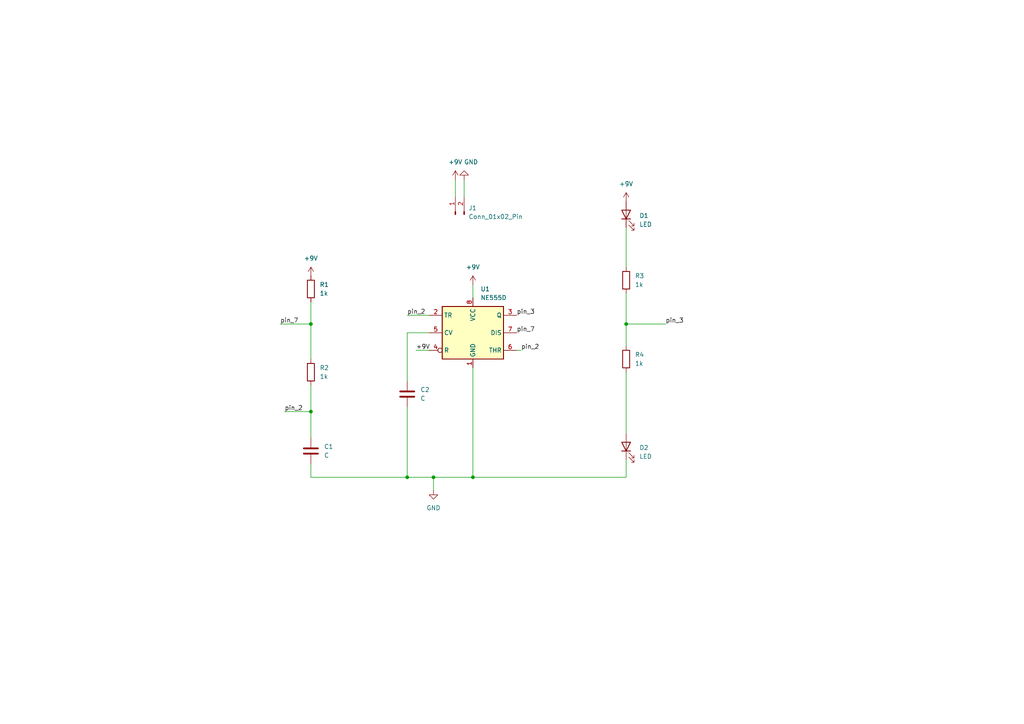
<source format=kicad_sch>
(kicad_sch (version 20230121) (generator eeschema)

  (uuid 0976bcb4-4c80-416f-a856-4104ca543019)

  (paper "A4")

  (lib_symbols
    (symbol "Connector:Conn_01x02_Pin" (pin_names (offset 1.016) hide) (in_bom yes) (on_board yes)
      (property "Reference" "J" (at 0 2.54 0)
        (effects (font (size 1.27 1.27)))
      )
      (property "Value" "Conn_01x02_Pin" (at 0 -5.08 0)
        (effects (font (size 1.27 1.27)))
      )
      (property "Footprint" "" (at 0 0 0)
        (effects (font (size 1.27 1.27)) hide)
      )
      (property "Datasheet" "~" (at 0 0 0)
        (effects (font (size 1.27 1.27)) hide)
      )
      (property "ki_locked" "" (at 0 0 0)
        (effects (font (size 1.27 1.27)))
      )
      (property "ki_keywords" "connector" (at 0 0 0)
        (effects (font (size 1.27 1.27)) hide)
      )
      (property "ki_description" "Generic connector, single row, 01x02, script generated" (at 0 0 0)
        (effects (font (size 1.27 1.27)) hide)
      )
      (property "ki_fp_filters" "Connector*:*_1x??_*" (at 0 0 0)
        (effects (font (size 1.27 1.27)) hide)
      )
      (symbol "Conn_01x02_Pin_1_1"
        (polyline
          (pts
            (xy 1.27 -2.54)
            (xy 0.8636 -2.54)
          )
          (stroke (width 0.1524) (type default))
          (fill (type none))
        )
        (polyline
          (pts
            (xy 1.27 0)
            (xy 0.8636 0)
          )
          (stroke (width 0.1524) (type default))
          (fill (type none))
        )
        (rectangle (start 0.8636 -2.413) (end 0 -2.667)
          (stroke (width 0.1524) (type default))
          (fill (type outline))
        )
        (rectangle (start 0.8636 0.127) (end 0 -0.127)
          (stroke (width 0.1524) (type default))
          (fill (type outline))
        )
        (pin passive line (at 5.08 0 180) (length 3.81)
          (name "Pin_1" (effects (font (size 1.27 1.27))))
          (number "1" (effects (font (size 1.27 1.27))))
        )
        (pin passive line (at 5.08 -2.54 180) (length 3.81)
          (name "Pin_2" (effects (font (size 1.27 1.27))))
          (number "2" (effects (font (size 1.27 1.27))))
        )
      )
    )
    (symbol "Device:C" (pin_numbers hide) (pin_names (offset 0.254)) (in_bom yes) (on_board yes)
      (property "Reference" "C" (at 0.635 2.54 0)
        (effects (font (size 1.27 1.27)) (justify left))
      )
      (property "Value" "C" (at 0.635 -2.54 0)
        (effects (font (size 1.27 1.27)) (justify left))
      )
      (property "Footprint" "" (at 0.9652 -3.81 0)
        (effects (font (size 1.27 1.27)) hide)
      )
      (property "Datasheet" "~" (at 0 0 0)
        (effects (font (size 1.27 1.27)) hide)
      )
      (property "ki_keywords" "cap capacitor" (at 0 0 0)
        (effects (font (size 1.27 1.27)) hide)
      )
      (property "ki_description" "Unpolarized capacitor" (at 0 0 0)
        (effects (font (size 1.27 1.27)) hide)
      )
      (property "ki_fp_filters" "C_*" (at 0 0 0)
        (effects (font (size 1.27 1.27)) hide)
      )
      (symbol "C_0_1"
        (polyline
          (pts
            (xy -2.032 -0.762)
            (xy 2.032 -0.762)
          )
          (stroke (width 0.508) (type default))
          (fill (type none))
        )
        (polyline
          (pts
            (xy -2.032 0.762)
            (xy 2.032 0.762)
          )
          (stroke (width 0.508) (type default))
          (fill (type none))
        )
      )
      (symbol "C_1_1"
        (pin passive line (at 0 3.81 270) (length 2.794)
          (name "~" (effects (font (size 1.27 1.27))))
          (number "1" (effects (font (size 1.27 1.27))))
        )
        (pin passive line (at 0 -3.81 90) (length 2.794)
          (name "~" (effects (font (size 1.27 1.27))))
          (number "2" (effects (font (size 1.27 1.27))))
        )
      )
    )
    (symbol "Device:LED" (pin_numbers hide) (pin_names (offset 1.016) hide) (in_bom yes) (on_board yes)
      (property "Reference" "D" (at 0 2.54 0)
        (effects (font (size 1.27 1.27)))
      )
      (property "Value" "LED" (at 0 -2.54 0)
        (effects (font (size 1.27 1.27)))
      )
      (property "Footprint" "" (at 0 0 0)
        (effects (font (size 1.27 1.27)) hide)
      )
      (property "Datasheet" "~" (at 0 0 0)
        (effects (font (size 1.27 1.27)) hide)
      )
      (property "ki_keywords" "LED diode" (at 0 0 0)
        (effects (font (size 1.27 1.27)) hide)
      )
      (property "ki_description" "Light emitting diode" (at 0 0 0)
        (effects (font (size 1.27 1.27)) hide)
      )
      (property "ki_fp_filters" "LED* LED_SMD:* LED_THT:*" (at 0 0 0)
        (effects (font (size 1.27 1.27)) hide)
      )
      (symbol "LED_0_1"
        (polyline
          (pts
            (xy -1.27 -1.27)
            (xy -1.27 1.27)
          )
          (stroke (width 0.254) (type default))
          (fill (type none))
        )
        (polyline
          (pts
            (xy -1.27 0)
            (xy 1.27 0)
          )
          (stroke (width 0) (type default))
          (fill (type none))
        )
        (polyline
          (pts
            (xy 1.27 -1.27)
            (xy 1.27 1.27)
            (xy -1.27 0)
            (xy 1.27 -1.27)
          )
          (stroke (width 0.254) (type default))
          (fill (type none))
        )
        (polyline
          (pts
            (xy -3.048 -0.762)
            (xy -4.572 -2.286)
            (xy -3.81 -2.286)
            (xy -4.572 -2.286)
            (xy -4.572 -1.524)
          )
          (stroke (width 0) (type default))
          (fill (type none))
        )
        (polyline
          (pts
            (xy -1.778 -0.762)
            (xy -3.302 -2.286)
            (xy -2.54 -2.286)
            (xy -3.302 -2.286)
            (xy -3.302 -1.524)
          )
          (stroke (width 0) (type default))
          (fill (type none))
        )
      )
      (symbol "LED_1_1"
        (pin passive line (at -3.81 0 0) (length 2.54)
          (name "K" (effects (font (size 1.27 1.27))))
          (number "1" (effects (font (size 1.27 1.27))))
        )
        (pin passive line (at 3.81 0 180) (length 2.54)
          (name "A" (effects (font (size 1.27 1.27))))
          (number "2" (effects (font (size 1.27 1.27))))
        )
      )
    )
    (symbol "Device:R" (pin_numbers hide) (pin_names (offset 0)) (in_bom yes) (on_board yes)
      (property "Reference" "R" (at 2.032 0 90)
        (effects (font (size 1.27 1.27)))
      )
      (property "Value" "R" (at 0 0 90)
        (effects (font (size 1.27 1.27)))
      )
      (property "Footprint" "" (at -1.778 0 90)
        (effects (font (size 1.27 1.27)) hide)
      )
      (property "Datasheet" "~" (at 0 0 0)
        (effects (font (size 1.27 1.27)) hide)
      )
      (property "ki_keywords" "R res resistor" (at 0 0 0)
        (effects (font (size 1.27 1.27)) hide)
      )
      (property "ki_description" "Resistor" (at 0 0 0)
        (effects (font (size 1.27 1.27)) hide)
      )
      (property "ki_fp_filters" "R_*" (at 0 0 0)
        (effects (font (size 1.27 1.27)) hide)
      )
      (symbol "R_0_1"
        (rectangle (start -1.016 -2.54) (end 1.016 2.54)
          (stroke (width 0.254) (type default))
          (fill (type none))
        )
      )
      (symbol "R_1_1"
        (pin passive line (at 0 3.81 270) (length 1.27)
          (name "~" (effects (font (size 1.27 1.27))))
          (number "1" (effects (font (size 1.27 1.27))))
        )
        (pin passive line (at 0 -3.81 90) (length 1.27)
          (name "~" (effects (font (size 1.27 1.27))))
          (number "2" (effects (font (size 1.27 1.27))))
        )
      )
    )
    (symbol "Timer:NE555D" (in_bom yes) (on_board yes)
      (property "Reference" "U" (at -10.16 8.89 0)
        (effects (font (size 1.27 1.27)) (justify left))
      )
      (property "Value" "NE555D" (at 2.54 8.89 0)
        (effects (font (size 1.27 1.27)) (justify left))
      )
      (property "Footprint" "Package_SO:SOIC-8_3.9x4.9mm_P1.27mm" (at 21.59 -10.16 0)
        (effects (font (size 1.27 1.27)) hide)
      )
      (property "Datasheet" "http://www.ti.com/lit/ds/symlink/ne555.pdf" (at 21.59 -10.16 0)
        (effects (font (size 1.27 1.27)) hide)
      )
      (property "ki_keywords" "single timer 555" (at 0 0 0)
        (effects (font (size 1.27 1.27)) hide)
      )
      (property "ki_description" "Precision Timers, 555 compatible, SOIC-8" (at 0 0 0)
        (effects (font (size 1.27 1.27)) hide)
      )
      (property "ki_fp_filters" "SOIC*3.9x4.9mm*P1.27mm*" (at 0 0 0)
        (effects (font (size 1.27 1.27)) hide)
      )
      (symbol "NE555D_0_0"
        (pin power_in line (at 0 -10.16 90) (length 2.54)
          (name "GND" (effects (font (size 1.27 1.27))))
          (number "1" (effects (font (size 1.27 1.27))))
        )
        (pin power_in line (at 0 10.16 270) (length 2.54)
          (name "VCC" (effects (font (size 1.27 1.27))))
          (number "8" (effects (font (size 1.27 1.27))))
        )
      )
      (symbol "NE555D_0_1"
        (rectangle (start -8.89 -7.62) (end 8.89 7.62)
          (stroke (width 0.254) (type default))
          (fill (type background))
        )
        (rectangle (start -8.89 -7.62) (end 8.89 7.62)
          (stroke (width 0.254) (type default))
          (fill (type background))
        )
      )
      (symbol "NE555D_1_1"
        (pin input line (at -12.7 5.08 0) (length 3.81)
          (name "TR" (effects (font (size 1.27 1.27))))
          (number "2" (effects (font (size 1.27 1.27))))
        )
        (pin output line (at 12.7 5.08 180) (length 3.81)
          (name "Q" (effects (font (size 1.27 1.27))))
          (number "3" (effects (font (size 1.27 1.27))))
        )
        (pin input inverted (at -12.7 -5.08 0) (length 3.81)
          (name "R" (effects (font (size 1.27 1.27))))
          (number "4" (effects (font (size 1.27 1.27))))
        )
        (pin input line (at -12.7 0 0) (length 3.81)
          (name "CV" (effects (font (size 1.27 1.27))))
          (number "5" (effects (font (size 1.27 1.27))))
        )
        (pin input line (at 12.7 -5.08 180) (length 3.81)
          (name "THR" (effects (font (size 1.27 1.27))))
          (number "6" (effects (font (size 1.27 1.27))))
        )
        (pin input line (at 12.7 0 180) (length 3.81)
          (name "DIS" (effects (font (size 1.27 1.27))))
          (number "7" (effects (font (size 1.27 1.27))))
        )
      )
    )
    (symbol "power:+9V" (power) (pin_names (offset 0)) (in_bom yes) (on_board yes)
      (property "Reference" "#PWR" (at 0 -3.81 0)
        (effects (font (size 1.27 1.27)) hide)
      )
      (property "Value" "+9V" (at 0 3.556 0)
        (effects (font (size 1.27 1.27)))
      )
      (property "Footprint" "" (at 0 0 0)
        (effects (font (size 1.27 1.27)) hide)
      )
      (property "Datasheet" "" (at 0 0 0)
        (effects (font (size 1.27 1.27)) hide)
      )
      (property "ki_keywords" "global power" (at 0 0 0)
        (effects (font (size 1.27 1.27)) hide)
      )
      (property "ki_description" "Power symbol creates a global label with name \"+9V\"" (at 0 0 0)
        (effects (font (size 1.27 1.27)) hide)
      )
      (symbol "+9V_0_1"
        (polyline
          (pts
            (xy -0.762 1.27)
            (xy 0 2.54)
          )
          (stroke (width 0) (type default))
          (fill (type none))
        )
        (polyline
          (pts
            (xy 0 0)
            (xy 0 2.54)
          )
          (stroke (width 0) (type default))
          (fill (type none))
        )
        (polyline
          (pts
            (xy 0 2.54)
            (xy 0.762 1.27)
          )
          (stroke (width 0) (type default))
          (fill (type none))
        )
      )
      (symbol "+9V_1_1"
        (pin power_in line (at 0 0 90) (length 0) hide
          (name "+9V" (effects (font (size 1.27 1.27))))
          (number "1" (effects (font (size 1.27 1.27))))
        )
      )
    )
    (symbol "power:GND" (power) (pin_names (offset 0)) (in_bom yes) (on_board yes)
      (property "Reference" "#PWR" (at 0 -6.35 0)
        (effects (font (size 1.27 1.27)) hide)
      )
      (property "Value" "GND" (at 0 -3.81 0)
        (effects (font (size 1.27 1.27)))
      )
      (property "Footprint" "" (at 0 0 0)
        (effects (font (size 1.27 1.27)) hide)
      )
      (property "Datasheet" "" (at 0 0 0)
        (effects (font (size 1.27 1.27)) hide)
      )
      (property "ki_keywords" "global power" (at 0 0 0)
        (effects (font (size 1.27 1.27)) hide)
      )
      (property "ki_description" "Power symbol creates a global label with name \"GND\" , ground" (at 0 0 0)
        (effects (font (size 1.27 1.27)) hide)
      )
      (symbol "GND_0_1"
        (polyline
          (pts
            (xy 0 0)
            (xy 0 -1.27)
            (xy 1.27 -1.27)
            (xy 0 -2.54)
            (xy -1.27 -1.27)
            (xy 0 -1.27)
          )
          (stroke (width 0) (type default))
          (fill (type none))
        )
      )
      (symbol "GND_1_1"
        (pin power_in line (at 0 0 270) (length 0) hide
          (name "GND" (effects (font (size 1.27 1.27))))
          (number "1" (effects (font (size 1.27 1.27))))
        )
      )
    )
  )

  (junction (at 125.73 138.43) (diameter 0) (color 0 0 0 0)
    (uuid 0739c143-8ab0-4fc3-854b-4f8b436e0411)
  )
  (junction (at 118.11 138.43) (diameter 0) (color 0 0 0 0)
    (uuid 1b2ee1a3-aa78-4ac0-9916-62027f7d2b54)
  )
  (junction (at 181.61 93.98) (diameter 0) (color 0 0 0 0)
    (uuid 5427b498-d6df-4dcb-ae64-0d9f1bc46829)
  )
  (junction (at 137.16 138.43) (diameter 0) (color 0 0 0 0)
    (uuid 625a408d-bd7f-4780-af88-4ab34b62bde8)
  )
  (junction (at 90.17 93.98) (diameter 0) (color 0 0 0 0)
    (uuid 681d65cd-89af-4a6d-9829-2bdf12c5066a)
  )
  (junction (at 90.17 119.38) (diameter 0) (color 0 0 0 0)
    (uuid 6b61c836-8ee2-40d8-9f0d-3f2a8dc3b283)
  )

  (wire (pts (xy 82.55 119.38) (xy 90.17 119.38))
    (stroke (width 0) (type default))
    (uuid 03b38b2d-a939-467e-b886-9997c9ce23e3)
  )
  (wire (pts (xy 181.61 93.98) (xy 181.61 100.33))
    (stroke (width 0) (type default))
    (uuid 07c94e6b-521a-472b-8fcc-c4e39763fec9)
  )
  (wire (pts (xy 118.11 110.49) (xy 118.11 96.52))
    (stroke (width 0) (type default))
    (uuid 1318ace5-b17b-4e89-bdf5-9fcfc883c79c)
  )
  (wire (pts (xy 90.17 93.98) (xy 90.17 104.14))
    (stroke (width 0) (type default))
    (uuid 1c4ccdcb-1693-4d14-a95a-d8b2fa982092)
  )
  (wire (pts (xy 118.11 138.43) (xy 125.73 138.43))
    (stroke (width 0) (type default))
    (uuid 1f5720ce-1708-4c07-b890-b6396d1aed2e)
  )
  (wire (pts (xy 81.28 93.98) (xy 90.17 93.98))
    (stroke (width 0) (type default))
    (uuid 39075fe5-a28a-44aa-bb85-699ac0d453e0)
  )
  (wire (pts (xy 132.08 52.07) (xy 132.08 57.15))
    (stroke (width 0) (type default))
    (uuid 41eaeba3-9ba2-46dc-b98c-e236618862df)
  )
  (wire (pts (xy 181.61 93.98) (xy 193.04 93.98))
    (stroke (width 0) (type default))
    (uuid 44666e28-2afa-432d-a0e1-bad7348b8d6f)
  )
  (wire (pts (xy 137.16 106.68) (xy 137.16 138.43))
    (stroke (width 0) (type default))
    (uuid 4a942b75-6577-44fa-ad2f-a9d2fc929448)
  )
  (wire (pts (xy 137.16 138.43) (xy 181.61 138.43))
    (stroke (width 0) (type default))
    (uuid 5794e67d-8183-41b3-997f-55ee54ddce11)
  )
  (wire (pts (xy 137.16 82.55) (xy 137.16 86.36))
    (stroke (width 0) (type default))
    (uuid 5b0e4b1a-952f-4a60-bba8-81806899290c)
  )
  (wire (pts (xy 118.11 96.52) (xy 124.46 96.52))
    (stroke (width 0) (type default))
    (uuid 5d9e9308-4d6d-4b7f-a4b6-50158160d50f)
  )
  (wire (pts (xy 181.61 85.09) (xy 181.61 93.98))
    (stroke (width 0) (type default))
    (uuid 6fabf200-fbc5-4e59-98c5-295d8024771a)
  )
  (wire (pts (xy 90.17 138.43) (xy 118.11 138.43))
    (stroke (width 0) (type default))
    (uuid 7f2aa3fc-0cee-4235-b6f0-8e314dde22a0)
  )
  (wire (pts (xy 181.61 107.95) (xy 181.61 125.73))
    (stroke (width 0) (type default))
    (uuid 813f036d-1fcd-4caf-9846-a40995e43eca)
  )
  (wire (pts (xy 149.86 101.6) (xy 151.13 101.6))
    (stroke (width 0) (type default))
    (uuid 861a5733-0ba0-4862-9786-434d9e843582)
  )
  (wire (pts (xy 90.17 119.38) (xy 90.17 127))
    (stroke (width 0) (type default))
    (uuid 8ca2f3fd-f5eb-4cec-b1c3-45c1cdf45018)
  )
  (wire (pts (xy 125.73 138.43) (xy 125.73 142.24))
    (stroke (width 0) (type default))
    (uuid 923295de-66bb-447f-bb4a-81db6527f5b3)
  )
  (wire (pts (xy 125.73 138.43) (xy 137.16 138.43))
    (stroke (width 0) (type default))
    (uuid a2286573-672d-4dd5-8b34-41bd5da6f342)
  )
  (wire (pts (xy 181.61 138.43) (xy 181.61 133.35))
    (stroke (width 0) (type default))
    (uuid a93ad433-adfe-47b0-87fd-f0dc04163637)
  )
  (wire (pts (xy 90.17 87.63) (xy 90.17 93.98))
    (stroke (width 0) (type default))
    (uuid bbbc7085-f3d5-4715-888b-f2430c13657a)
  )
  (wire (pts (xy 90.17 111.76) (xy 90.17 119.38))
    (stroke (width 0) (type default))
    (uuid bdc5ed81-fc69-4f55-8add-71a43f7ee683)
  )
  (wire (pts (xy 90.17 134.62) (xy 90.17 138.43))
    (stroke (width 0) (type default))
    (uuid c3f55edd-fd1a-4fba-be78-3e63128e018b)
  )
  (wire (pts (xy 118.11 91.44) (xy 124.46 91.44))
    (stroke (width 0) (type default))
    (uuid da114572-97ed-4de6-9c27-62ec19e4a600)
  )
  (wire (pts (xy 181.61 66.04) (xy 181.61 77.47))
    (stroke (width 0) (type default))
    (uuid e1d2a8c8-d443-4274-a830-70ef936c6913)
  )
  (wire (pts (xy 134.62 52.07) (xy 134.62 57.15))
    (stroke (width 0) (type default))
    (uuid e52d80a5-681b-45c7-929e-2b8d817061ea)
  )
  (wire (pts (xy 118.11 118.11) (xy 118.11 138.43))
    (stroke (width 0) (type default))
    (uuid e672b5c0-53b3-49ab-93e8-dbbab8c85815)
  )
  (wire (pts (xy 120.65 101.6) (xy 124.46 101.6))
    (stroke (width 0) (type default))
    (uuid fc6749be-317a-4c85-b7b9-98e5daf09502)
  )

  (label "pin_2" (at 82.55 119.38 0) (fields_autoplaced)
    (effects (font (size 1.27 1.27)) (justify left bottom))
    (uuid 07dd14be-7f13-4b4e-9c78-158ac8db48a9)
  )
  (label "+9V" (at 120.65 101.6 0) (fields_autoplaced)
    (effects (font (size 1.27 1.27)) (justify left bottom))
    (uuid 53787373-ea10-457f-81f1-e778d9afad24)
  )
  (label "pin_7" (at 149.86 96.52 0) (fields_autoplaced)
    (effects (font (size 1.27 1.27)) (justify left bottom))
    (uuid 53c2e218-5067-4ba3-abff-198419bd95a1)
  )
  (label "pin_2" (at 118.11 91.44 0) (fields_autoplaced)
    (effects (font (size 1.27 1.27)) (justify left bottom))
    (uuid 676d9bc2-8700-4f03-aa84-c35709ec6845)
  )
  (label "pin_3" (at 193.04 93.98 0) (fields_autoplaced)
    (effects (font (size 1.27 1.27)) (justify left bottom))
    (uuid 7444b9b5-357c-4ea6-93fc-85bc74448117)
  )
  (label "pin_3" (at 149.86 91.44 0) (fields_autoplaced)
    (effects (font (size 1.27 1.27)) (justify left bottom))
    (uuid 828dd1df-f3a8-44a5-a190-8efd365b5a71)
  )
  (label "pin_7" (at 81.28 93.98 0) (fields_autoplaced)
    (effects (font (size 1.27 1.27)) (justify left bottom))
    (uuid ad3d9788-95c3-4523-86db-15716d9d30cc)
  )
  (label "pin_2" (at 151.13 101.6 0) (fields_autoplaced)
    (effects (font (size 1.27 1.27)) (justify left bottom))
    (uuid deb70c6f-9f44-48d0-9d79-8f45d84f3470)
  )

  (symbol (lib_id "power:GND") (at 134.62 52.07 180) (unit 1)
    (in_bom yes) (on_board yes) (dnp no)
    (uuid 012028c0-459e-4b20-b7de-72b39c180afd)
    (property "Reference" "#PWR01" (at 134.62 45.72 0)
      (effects (font (size 1.27 1.27)) hide)
    )
    (property "Value" "GND" (at 136.62 46.99 0)
      (effects (font (size 1.27 1.27)))
    )
    (property "Footprint" "" (at 134.62 52.07 0)
      (effects (font (size 1.27 1.27)) hide)
    )
    (property "Datasheet" "" (at 134.62 52.07 0)
      (effects (font (size 1.27 1.27)) hide)
    )
    (pin "1" (uuid cc687eb7-2061-4d43-aa81-f38a9dd5a8ec))
    (instances
      (project "555_timer_circuit"
        (path "/0976bcb4-4c80-416f-a856-4104ca543019"
          (reference "#PWR01") (unit 1)
        )
      )
    )
  )

  (symbol (lib_id "Device:R") (at 181.61 104.14 0) (unit 1)
    (in_bom yes) (on_board yes) (dnp no) (fields_autoplaced)
    (uuid 1c10aed6-fdc2-4e91-822f-c993b5d393a1)
    (property "Reference" "R4" (at 184.15 102.87 0)
      (effects (font (size 1.27 1.27)) (justify left))
    )
    (property "Value" "1k" (at 184.15 105.41 0)
      (effects (font (size 1.27 1.27)) (justify left))
    )
    (property "Footprint" "Resistor_SMD:R_0805_2012Metric_Pad1.20x1.40mm_HandSolder" (at 179.832 104.14 90)
      (effects (font (size 1.27 1.27)) hide)
    )
    (property "Datasheet" "~" (at 181.61 104.14 0)
      (effects (font (size 1.27 1.27)) hide)
    )
    (pin "1" (uuid 5b8624d9-86d2-4627-b592-b1ff271b8cff))
    (pin "2" (uuid a2f85b28-1ab7-40ca-ba8f-355f00dcd0b5))
    (instances
      (project "555_timer_circuit"
        (path "/0976bcb4-4c80-416f-a856-4104ca543019"
          (reference "R4") (unit 1)
        )
      )
    )
  )

  (symbol (lib_id "Device:C") (at 118.11 114.3 0) (unit 1)
    (in_bom yes) (on_board yes) (dnp no) (fields_autoplaced)
    (uuid 1d54fbfa-8295-40cd-9d87-ac853babf08a)
    (property "Reference" "C2" (at 121.92 113.03 0)
      (effects (font (size 1.27 1.27)) (justify left))
    )
    (property "Value" "C" (at 121.92 115.57 0)
      (effects (font (size 1.27 1.27)) (justify left))
    )
    (property "Footprint" "Capacitor_SMD:C_0805_2012Metric_Pad1.18x1.45mm_HandSolder" (at 119.0752 118.11 0)
      (effects (font (size 1.27 1.27)) hide)
    )
    (property "Datasheet" "~" (at 118.11 114.3 0)
      (effects (font (size 1.27 1.27)) hide)
    )
    (pin "1" (uuid 195aaf4b-8b79-4e16-875d-20d75404a870))
    (pin "2" (uuid 0c1f8a9d-a9fa-414f-9fd4-464fe21d74cc))
    (instances
      (project "555_timer_circuit"
        (path "/0976bcb4-4c80-416f-a856-4104ca543019"
          (reference "C2") (unit 1)
        )
      )
    )
  )

  (symbol (lib_id "Device:R") (at 181.61 81.28 0) (unit 1)
    (in_bom yes) (on_board yes) (dnp no) (fields_autoplaced)
    (uuid 48f971e7-86ee-464e-9b38-e4c3b1392350)
    (property "Reference" "R3" (at 184.15 80.01 0)
      (effects (font (size 1.27 1.27)) (justify left))
    )
    (property "Value" "1k" (at 184.15 82.55 0)
      (effects (font (size 1.27 1.27)) (justify left))
    )
    (property "Footprint" "Resistor_SMD:R_0805_2012Metric_Pad1.20x1.40mm_HandSolder" (at 179.832 81.28 90)
      (effects (font (size 1.27 1.27)) hide)
    )
    (property "Datasheet" "~" (at 181.61 81.28 0)
      (effects (font (size 1.27 1.27)) hide)
    )
    (pin "1" (uuid a0a05602-e4a3-452c-afc4-a4fac680f3d3))
    (pin "2" (uuid 0373f959-0df2-4e99-89cd-24fb87fc16e9))
    (instances
      (project "555_timer_circuit"
        (path "/0976bcb4-4c80-416f-a856-4104ca543019"
          (reference "R3") (unit 1)
        )
      )
    )
  )

  (symbol (lib_id "power:+9V") (at 90.17 80.01 0) (unit 1)
    (in_bom yes) (on_board yes) (dnp no) (fields_autoplaced)
    (uuid 4953ebf2-8804-4971-8031-1be75713ac71)
    (property "Reference" "#PWR04" (at 90.17 83.82 0)
      (effects (font (size 1.27 1.27)) hide)
    )
    (property "Value" "+9V" (at 90.17 74.93 0)
      (effects (font (size 1.27 1.27)))
    )
    (property "Footprint" "" (at 90.17 80.01 0)
      (effects (font (size 1.27 1.27)) hide)
    )
    (property "Datasheet" "" (at 90.17 80.01 0)
      (effects (font (size 1.27 1.27)) hide)
    )
    (pin "1" (uuid bf638a0a-ac5c-4285-a6ea-4f41ede3b5b2))
    (instances
      (project "555_timer_circuit"
        (path "/0976bcb4-4c80-416f-a856-4104ca543019"
          (reference "#PWR04") (unit 1)
        )
      )
    )
  )

  (symbol (lib_id "Device:R") (at 90.17 107.95 0) (unit 1)
    (in_bom yes) (on_board yes) (dnp no) (fields_autoplaced)
    (uuid 4c208518-410c-4756-bb1d-2a9b6654ebd2)
    (property "Reference" "R2" (at 92.71 106.68 0)
      (effects (font (size 1.27 1.27)) (justify left))
    )
    (property "Value" "1k" (at 92.71 109.22 0)
      (effects (font (size 1.27 1.27)) (justify left))
    )
    (property "Footprint" "Resistor_SMD:R_0805_2012Metric_Pad1.20x1.40mm_HandSolder" (at 88.392 107.95 90)
      (effects (font (size 1.27 1.27)) hide)
    )
    (property "Datasheet" "~" (at 90.17 107.95 0)
      (effects (font (size 1.27 1.27)) hide)
    )
    (pin "1" (uuid 4761e7a7-65a6-4087-88c6-2bc4c3c09e85))
    (pin "2" (uuid 9e563aec-fc28-44cb-bf29-bba0a95fd3ba))
    (instances
      (project "555_timer_circuit"
        (path "/0976bcb4-4c80-416f-a856-4104ca543019"
          (reference "R2") (unit 1)
        )
      )
    )
  )

  (symbol (lib_id "Connector:Conn_01x02_Pin") (at 132.08 62.23 90) (unit 1)
    (in_bom yes) (on_board yes) (dnp no) (fields_autoplaced)
    (uuid 6931b22c-c7a2-4915-b816-1d1928c3e0d8)
    (property "Reference" "J1" (at 135.89 60.325 90)
      (effects (font (size 1.27 1.27)) (justify right))
    )
    (property "Value" "Conn_01x02_Pin" (at 135.89 62.865 90)
      (effects (font (size 1.27 1.27)) (justify right))
    )
    (property "Footprint" "Connector_JST:JST_EH_S2B-EH_1x02_P2.50mm_Horizontal" (at 132.08 62.23 0)
      (effects (font (size 1.27 1.27)) hide)
    )
    (property "Datasheet" "~" (at 132.08 62.23 0)
      (effects (font (size 1.27 1.27)) hide)
    )
    (pin "1" (uuid 14a6c5a9-f6df-4805-a9a0-1fce1fcea7af))
    (pin "2" (uuid cfabbee1-0f74-4481-988a-fcb17ba1b1fe))
    (instances
      (project "555_timer_circuit"
        (path "/0976bcb4-4c80-416f-a856-4104ca543019"
          (reference "J1") (unit 1)
        )
      )
    )
  )

  (symbol (lib_id "Device:C") (at 90.17 130.81 0) (unit 1)
    (in_bom yes) (on_board yes) (dnp no) (fields_autoplaced)
    (uuid 75ad81f1-6a09-4775-95e7-6d9993298f0e)
    (property "Reference" "C1" (at 93.98 129.54 0)
      (effects (font (size 1.27 1.27)) (justify left))
    )
    (property "Value" "C" (at 93.98 132.08 0)
      (effects (font (size 1.27 1.27)) (justify left))
    )
    (property "Footprint" "Capacitor_Tantalum_SMD:CP_EIA-3216-18_Kemet-A_Pad1.58x1.35mm_HandSolder" (at 91.1352 134.62 0)
      (effects (font (size 1.27 1.27)) hide)
    )
    (property "Datasheet" "~" (at 90.17 130.81 0)
      (effects (font (size 1.27 1.27)) hide)
    )
    (pin "1" (uuid 34cc9740-79d5-42aa-b463-ebcf57dc6de0))
    (pin "2" (uuid 4b5ce009-904a-46cc-8f8d-b0a1dce139d2))
    (instances
      (project "555_timer_circuit"
        (path "/0976bcb4-4c80-416f-a856-4104ca543019"
          (reference "C1") (unit 1)
        )
      )
    )
  )

  (symbol (lib_id "Timer:NE555D") (at 137.16 96.52 0) (unit 1)
    (in_bom yes) (on_board yes) (dnp no) (fields_autoplaced)
    (uuid 8565e8de-e6a7-4c8b-a628-1123538f1f20)
    (property "Reference" "U1" (at 139.3541 83.82 0)
      (effects (font (size 1.27 1.27)) (justify left))
    )
    (property "Value" "NE555D" (at 139.3541 86.36 0)
      (effects (font (size 1.27 1.27)) (justify left))
    )
    (property "Footprint" "Package_SO:SOIC-8_3.9x4.9mm_P1.27mm" (at 158.75 106.68 0)
      (effects (font (size 1.27 1.27)) hide)
    )
    (property "Datasheet" "http://www.ti.com/lit/ds/symlink/ne555.pdf" (at 158.75 106.68 0)
      (effects (font (size 1.27 1.27)) hide)
    )
    (pin "1" (uuid 3a927da4-54bc-47e8-8ccf-f35aeb561003))
    (pin "8" (uuid 2c77d766-ec42-4769-bbb9-a3f5de04efe1))
    (pin "2" (uuid 541e67fb-ac01-4e51-b31f-e2c81934d9ff))
    (pin "3" (uuid efae4115-cec6-4d09-ba47-a972bc67e2b4))
    (pin "4" (uuid d1dd354e-684a-4ac2-8c4b-b9e227bdfbfe))
    (pin "5" (uuid 80da3c24-ef29-4318-978b-94d392e540d5))
    (pin "6" (uuid 3eded9bf-11a4-43f6-be16-009d5079f10a))
    (pin "7" (uuid 81076f3e-7002-4129-b7ba-6dc2ab47ee01))
    (instances
      (project "555_timer_circuit"
        (path "/0976bcb4-4c80-416f-a856-4104ca543019"
          (reference "U1") (unit 1)
        )
      )
    )
  )

  (symbol (lib_id "power:GND") (at 125.73 142.24 0) (unit 1)
    (in_bom yes) (on_board yes) (dnp no) (fields_autoplaced)
    (uuid 8ca11f11-8062-4793-b354-ec49614cee29)
    (property "Reference" "#PWR02" (at 125.73 148.59 0)
      (effects (font (size 1.27 1.27)) hide)
    )
    (property "Value" "GND" (at 125.73 147.32 0)
      (effects (font (size 1.27 1.27)))
    )
    (property "Footprint" "" (at 125.73 142.24 0)
      (effects (font (size 1.27 1.27)) hide)
    )
    (property "Datasheet" "" (at 125.73 142.24 0)
      (effects (font (size 1.27 1.27)) hide)
    )
    (pin "1" (uuid f543a3a0-f4ed-4d32-8953-d09ba63c10c6))
    (instances
      (project "555_timer_circuit"
        (path "/0976bcb4-4c80-416f-a856-4104ca543019"
          (reference "#PWR02") (unit 1)
        )
      )
    )
  )

  (symbol (lib_id "Device:R") (at 90.17 83.82 0) (unit 1)
    (in_bom yes) (on_board yes) (dnp no) (fields_autoplaced)
    (uuid a9392a0c-f70d-4b77-9936-73c7c11c9502)
    (property "Reference" "R1" (at 92.71 82.55 0)
      (effects (font (size 1.27 1.27)) (justify left))
    )
    (property "Value" "1k" (at 92.71 85.09 0)
      (effects (font (size 1.27 1.27)) (justify left))
    )
    (property "Footprint" "Resistor_SMD:R_0805_2012Metric_Pad1.20x1.40mm_HandSolder" (at 88.392 83.82 90)
      (effects (font (size 1.27 1.27)) hide)
    )
    (property "Datasheet" "~" (at 90.17 83.82 0)
      (effects (font (size 1.27 1.27)) hide)
    )
    (pin "1" (uuid 90bda500-3c9c-4395-bb4c-2708faf83b15))
    (pin "2" (uuid 114a0e50-7f0f-4272-a143-3cf6753613b1))
    (instances
      (project "555_timer_circuit"
        (path "/0976bcb4-4c80-416f-a856-4104ca543019"
          (reference "R1") (unit 1)
        )
      )
    )
  )

  (symbol (lib_id "Device:LED") (at 181.61 129.54 90) (unit 1)
    (in_bom yes) (on_board yes) (dnp no) (fields_autoplaced)
    (uuid adbeb7c7-f56a-4d5b-be3d-ac3283d78fce)
    (property "Reference" "D2" (at 185.42 129.8575 90)
      (effects (font (size 1.27 1.27)) (justify right))
    )
    (property "Value" "LED" (at 185.42 132.3975 90)
      (effects (font (size 1.27 1.27)) (justify right))
    )
    (property "Footprint" "LED_SMD:LED_1206_3216Metric_Pad1.42x1.75mm_HandSolder" (at 181.61 129.54 0)
      (effects (font (size 1.27 1.27)) hide)
    )
    (property "Datasheet" "~" (at 181.61 129.54 0)
      (effects (font (size 1.27 1.27)) hide)
    )
    (pin "1" (uuid f496b67e-0b1e-4acc-ab8e-294effc7a5f9))
    (pin "2" (uuid 05905645-c479-4968-89e5-d440ab9389a5))
    (instances
      (project "555_timer_circuit"
        (path "/0976bcb4-4c80-416f-a856-4104ca543019"
          (reference "D2") (unit 1)
        )
      )
    )
  )

  (symbol (lib_id "Device:LED") (at 181.61 62.23 90) (unit 1)
    (in_bom yes) (on_board yes) (dnp no) (fields_autoplaced)
    (uuid cc5e32c9-f5a1-46e1-ab7e-91f1e554873e)
    (property "Reference" "D1" (at 185.42 62.5475 90)
      (effects (font (size 1.27 1.27)) (justify right))
    )
    (property "Value" "LED" (at 185.42 65.0875 90)
      (effects (font (size 1.27 1.27)) (justify right))
    )
    (property "Footprint" "LED_SMD:LED_1206_3216Metric_Pad1.42x1.75mm_HandSolder" (at 181.61 62.23 0)
      (effects (font (size 1.27 1.27)) hide)
    )
    (property "Datasheet" "~" (at 181.61 62.23 0)
      (effects (font (size 1.27 1.27)) hide)
    )
    (pin "1" (uuid 1da080fd-ecb1-4d59-a458-98eaf507a075))
    (pin "2" (uuid 9ade0fa3-1edd-48a6-b43f-ec9b53d16150))
    (instances
      (project "555_timer_circuit"
        (path "/0976bcb4-4c80-416f-a856-4104ca543019"
          (reference "D1") (unit 1)
        )
      )
    )
  )

  (symbol (lib_id "power:+9V") (at 137.16 82.55 0) (unit 1)
    (in_bom yes) (on_board yes) (dnp no) (fields_autoplaced)
    (uuid dad150d5-e01e-4223-9d41-7139a24a9302)
    (property "Reference" "#PWR03" (at 137.16 86.36 0)
      (effects (font (size 1.27 1.27)) hide)
    )
    (property "Value" "+9V" (at 137.16 77.47 0)
      (effects (font (size 1.27 1.27)))
    )
    (property "Footprint" "" (at 137.16 82.55 0)
      (effects (font (size 1.27 1.27)) hide)
    )
    (property "Datasheet" "" (at 137.16 82.55 0)
      (effects (font (size 1.27 1.27)) hide)
    )
    (pin "1" (uuid 69675693-3178-4bc8-8014-14ae7a1bbea9))
    (instances
      (project "555_timer_circuit"
        (path "/0976bcb4-4c80-416f-a856-4104ca543019"
          (reference "#PWR03") (unit 1)
        )
      )
    )
  )

  (symbol (lib_id "power:+9V") (at 181.61 58.42 0) (unit 1)
    (in_bom yes) (on_board yes) (dnp no) (fields_autoplaced)
    (uuid dc739279-351f-41da-a808-56fb95da2d0c)
    (property "Reference" "#PWR05" (at 181.61 62.23 0)
      (effects (font (size 1.27 1.27)) hide)
    )
    (property "Value" "+9V" (at 181.61 53.34 0)
      (effects (font (size 1.27 1.27)))
    )
    (property "Footprint" "" (at 181.61 58.42 0)
      (effects (font (size 1.27 1.27)) hide)
    )
    (property "Datasheet" "" (at 181.61 58.42 0)
      (effects (font (size 1.27 1.27)) hide)
    )
    (pin "1" (uuid 81c575cc-94a9-4e8b-98d3-b800978538e2))
    (instances
      (project "555_timer_circuit"
        (path "/0976bcb4-4c80-416f-a856-4104ca543019"
          (reference "#PWR05") (unit 1)
        )
      )
    )
  )

  (symbol (lib_id "power:+9V") (at 132.08 52.07 0) (unit 1)
    (in_bom yes) (on_board yes) (dnp no) (fields_autoplaced)
    (uuid dc73a8ec-6ae5-48dd-9ec5-9d084ea72932)
    (property "Reference" "#PWR06" (at 132.08 55.88 0)
      (effects (font (size 1.27 1.27)) hide)
    )
    (property "Value" "+9V" (at 132.08 46.99 0)
      (effects (font (size 1.27 1.27)))
    )
    (property "Footprint" "" (at 132.08 52.07 0)
      (effects (font (size 1.27 1.27)) hide)
    )
    (property "Datasheet" "" (at 132.08 52.07 0)
      (effects (font (size 1.27 1.27)) hide)
    )
    (pin "1" (uuid dd743e4c-ee27-40dc-9977-9a46b2f2f216))
    (instances
      (project "555_timer_circuit"
        (path "/0976bcb4-4c80-416f-a856-4104ca543019"
          (reference "#PWR06") (unit 1)
        )
      )
    )
  )

  (sheet_instances
    (path "/" (page "1"))
  )
)

</source>
